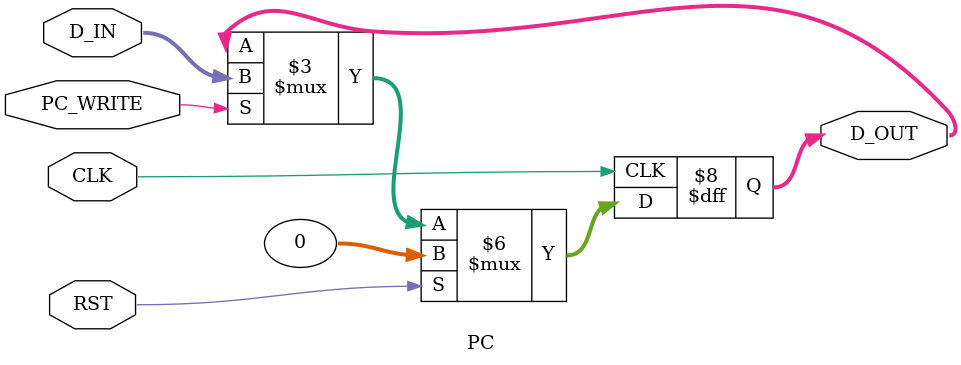
<source format=sv>
`timescale 1ns / 1ps

module Lab1Top(JALR,BRANCH,JUMP,PC_SOURCE,PC_WRITE,RESET,CLK,MEM_READ1,DOUT);
    input [31:0] JALR, BRANCH, JUMP;
    input [1:0] PC_SOURCE;
    input PC_WRITE, RESET, CLK, MEM_READ1;
    output logic [31:0] DOUT;
    
    logic [31:0] pc_in, pc_out, pc_4;
    
    //mux4_1 PCMux(.ZERO(pc_4),.ONE(JALR),.TWO(BRANCH),.THREE(JUMP),.SEL(PC_SOURCE),.MUXOUT(pc_in));
    //PC counter1(.D_IN(pc_in),.PC_WRITE(PC_WRITE),.RST(RESET),.CLK(CLK),.D_OUT(pc_out));
    
    //assign pc_4 = pc_out + 4;
    //OTTER_mem_byte mem1(.MEM_CLK(CLK),.MEM_ADDR1(pc_out),.MEM_READ1(MEM_READ1),.MEM_DOUT1(DOUT));
    
endmodule


module mux4_1(
    input [31:0] ZERO,
    input [31:0] ONE,
    input [31:0] TWO,
    input [31:0] THREE,
    input [1:0] SEL,
    output logic [31:0] MUXOUT
    );
    
    always_comb 
    begin
        case(SEL)
            0: MUXOUT = ZERO;
            1: MUXOUT =ONE;
            2:MUXOUT = TWO;
            3: MUXOUT = THREE;
            default: MUXOUT = ZERO;
        endcase
    end
endmodule

module mux8_3(
    input [31:0] ZERO,
    input [31:0] ONE,
    input [31:0] TWO,
    input [31:0] THREE,
    input [31:0] FOUR,
    input [31:0] FIVE,
    input [31:0] SIX,
    input [31:0] SEVEN,
    input [2:0] SEL,
    output logic [31:0] MUXOUT
    );
    
    always_comb 
    begin
        case(SEL)
            0: MUXOUT = ZERO;
            1: MUXOUT =ONE;
            2:MUXOUT = TWO;
            3: MUXOUT = THREE;
            4: MUXOUT = FOUR;
            5: MUXOUT = FIVE;
            6: MUXOUT = SIX;
            7: MUXOUT = SEVEN;
            
            default: MUXOUT = ZERO;
        endcase
    end
endmodule

module mux2_1(
    input [31:0] ZERO,
    input [31:0] ONE,
    input SEL,
    output logic [31:0] MUXOUT
    );
    
    always_comb 
    begin
        case(SEL)
            0: MUXOUT = ZERO;
            1: MUXOUT =ONE;
            default: MUXOUT = ZERO;
        endcase
    end
endmodule

module PC (
input [31:0] D_IN,
input PC_WRITE, RST, CLK,
output logic [31:0] D_OUT=0);

    always_ff @(posedge CLK)
    begin
        if(RST)
            D_OUT <= 0;
        else if(PC_WRITE)
            D_OUT <= D_IN;
            //not having a final else statement creates it as memory
    end

endmodule

</source>
